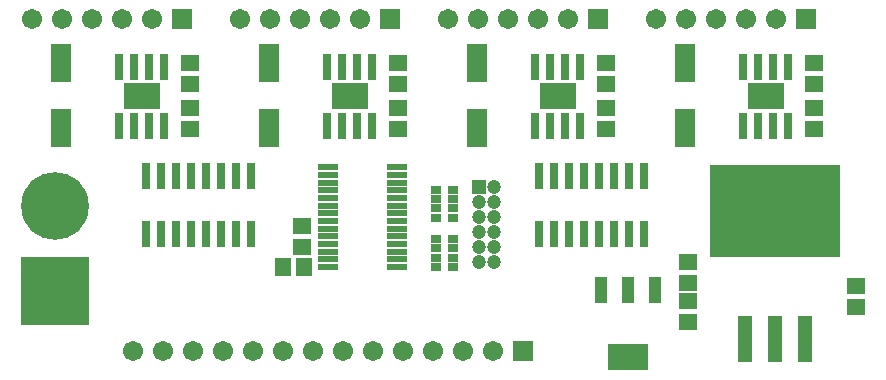
<source format=gts>
G04*
G04 #@! TF.GenerationSoftware,Altium Limited,Altium Designer,20.1.12 (249)*
G04*
G04 Layer_Color=8388736*
%FSLAX24Y24*%
%MOIN*%
G70*
G04*
G04 #@! TF.SameCoordinates,7611F4AC-675D-4E0A-8C32-16A27ADB78BB*
G04*
G04*
G04 #@! TF.FilePolarity,Negative*
G04*
G01*
G75*
%ADD16R,0.4348X0.3080*%
%ADD17R,0.0470X0.1572*%
%ADD18R,0.0660X0.0220*%
%ADD19R,0.0434X0.0907*%
%ADD20R,0.1340X0.0907*%
%ADD21R,0.0631X0.0552*%
%ADD22R,0.0552X0.0631*%
%ADD23R,0.0375X0.0257*%
%ADD24R,0.0710X0.1300*%
%ADD25R,0.0316X0.0856*%
%ADD26R,0.1210X0.0875*%
%ADD27R,0.0290X0.0850*%
%ADD28C,0.2252*%
%ADD29R,0.2252X0.2252*%
%ADD30R,0.0671X0.0671*%
%ADD31C,0.0671*%
%ADD32R,0.0474X0.0474*%
%ADD33C,0.0474*%
D16*
X53900Y32214D02*
D03*
D17*
X54900Y27930D02*
D03*
X53900D02*
D03*
X52900D02*
D03*
D18*
X39000Y30340D02*
D03*
Y30590D02*
D03*
Y30850D02*
D03*
Y31100D02*
D03*
Y31360D02*
D03*
Y31620D02*
D03*
Y31870D02*
D03*
Y32130D02*
D03*
Y32380D02*
D03*
Y32640D02*
D03*
Y32900D02*
D03*
Y33150D02*
D03*
Y33410D02*
D03*
Y33660D02*
D03*
X41300D02*
D03*
Y33410D02*
D03*
Y33150D02*
D03*
Y32900D02*
D03*
Y32640D02*
D03*
Y32380D02*
D03*
Y32130D02*
D03*
Y31870D02*
D03*
Y31620D02*
D03*
Y31360D02*
D03*
Y31100D02*
D03*
Y30850D02*
D03*
Y30590D02*
D03*
Y30340D02*
D03*
D19*
X49906Y29572D02*
D03*
X49000D02*
D03*
X48094D02*
D03*
D20*
X49000Y27328D02*
D03*
D21*
X51000Y29204D02*
D03*
Y28496D02*
D03*
X56600Y29704D02*
D03*
Y28996D02*
D03*
X51000Y29796D02*
D03*
Y30504D02*
D03*
X38150Y30996D02*
D03*
Y31704D02*
D03*
X34400Y35654D02*
D03*
Y34946D02*
D03*
X34400Y36446D02*
D03*
Y37154D02*
D03*
X41333Y35654D02*
D03*
Y34946D02*
D03*
X41333Y36446D02*
D03*
Y37154D02*
D03*
X48267Y35654D02*
D03*
Y34946D02*
D03*
X48267Y36446D02*
D03*
Y37154D02*
D03*
X55200Y35654D02*
D03*
Y34946D02*
D03*
X55200Y36446D02*
D03*
Y37154D02*
D03*
D22*
X37496Y30350D02*
D03*
X38204D02*
D03*
D23*
X42615Y30328D02*
D03*
Y30643D02*
D03*
Y30957D02*
D03*
Y31272D02*
D03*
X43185D02*
D03*
Y30957D02*
D03*
Y30643D02*
D03*
Y30328D02*
D03*
X42615Y31978D02*
D03*
Y32293D02*
D03*
Y32607D02*
D03*
Y32922D02*
D03*
X43185D02*
D03*
Y32607D02*
D03*
Y32293D02*
D03*
Y31978D02*
D03*
D24*
X30100Y34965D02*
D03*
Y37135D02*
D03*
X37033Y34965D02*
D03*
Y37135D02*
D03*
X43967Y34965D02*
D03*
Y37135D02*
D03*
X50900Y34965D02*
D03*
Y37135D02*
D03*
D25*
X32050Y35051D02*
D03*
X32550D02*
D03*
X33050D02*
D03*
X33550D02*
D03*
Y37000D02*
D03*
X33050D02*
D03*
X32550D02*
D03*
X32050D02*
D03*
X38983Y35051D02*
D03*
X39483D02*
D03*
X39983D02*
D03*
X40483D02*
D03*
Y37000D02*
D03*
X39983D02*
D03*
X39483D02*
D03*
X38983D02*
D03*
X45917Y35051D02*
D03*
X46417D02*
D03*
X46917D02*
D03*
X47417D02*
D03*
Y37000D02*
D03*
X46917D02*
D03*
X46417D02*
D03*
X45917D02*
D03*
X52850Y35051D02*
D03*
X53350D02*
D03*
X53850D02*
D03*
X54350D02*
D03*
Y37000D02*
D03*
X53850D02*
D03*
X53350D02*
D03*
X52850D02*
D03*
D26*
X32800Y36026D02*
D03*
X39733D02*
D03*
X46667D02*
D03*
X53600D02*
D03*
D27*
X36450Y31425D02*
D03*
X35950D02*
D03*
X35450D02*
D03*
X34950D02*
D03*
X34450D02*
D03*
X33950D02*
D03*
X33450D02*
D03*
X32950D02*
D03*
Y33375D02*
D03*
X33450D02*
D03*
X33950D02*
D03*
X34450D02*
D03*
X34950D02*
D03*
X35450D02*
D03*
X35950D02*
D03*
X36450D02*
D03*
X49550Y31425D02*
D03*
X49050D02*
D03*
X48550D02*
D03*
X48050D02*
D03*
X47550D02*
D03*
X47050D02*
D03*
X46550D02*
D03*
X46050D02*
D03*
Y33375D02*
D03*
X46550D02*
D03*
X47050D02*
D03*
X47550D02*
D03*
X48050D02*
D03*
X48550D02*
D03*
X49050D02*
D03*
X49550D02*
D03*
D28*
X29900Y32367D02*
D03*
D29*
Y29533D02*
D03*
D30*
X41083Y38600D02*
D03*
X34150D02*
D03*
X48017D02*
D03*
X54950D02*
D03*
X45500Y27550D02*
D03*
D31*
X40083Y38600D02*
D03*
X39083D02*
D03*
X38083D02*
D03*
X37083D02*
D03*
X36083D02*
D03*
X33150D02*
D03*
X32150D02*
D03*
X31150D02*
D03*
X30150D02*
D03*
X29150D02*
D03*
X47017D02*
D03*
X46017D02*
D03*
X45017D02*
D03*
X44017D02*
D03*
X43017D02*
D03*
X53950D02*
D03*
X52950D02*
D03*
X51950D02*
D03*
X50950D02*
D03*
X49950D02*
D03*
X32500Y27550D02*
D03*
X33500D02*
D03*
X34500D02*
D03*
X35500D02*
D03*
X36500D02*
D03*
X37500D02*
D03*
X38500D02*
D03*
X39500D02*
D03*
X40500D02*
D03*
X41500D02*
D03*
X42500D02*
D03*
X43500D02*
D03*
X44500D02*
D03*
D32*
X44050Y33000D02*
D03*
D33*
X44550D02*
D03*
X44050Y32500D02*
D03*
X44550D02*
D03*
X44050Y32000D02*
D03*
X44550D02*
D03*
X44050Y31500D02*
D03*
X44550D02*
D03*
X44050Y31000D02*
D03*
X44550D02*
D03*
X44050Y30500D02*
D03*
X44550D02*
D03*
M02*

</source>
